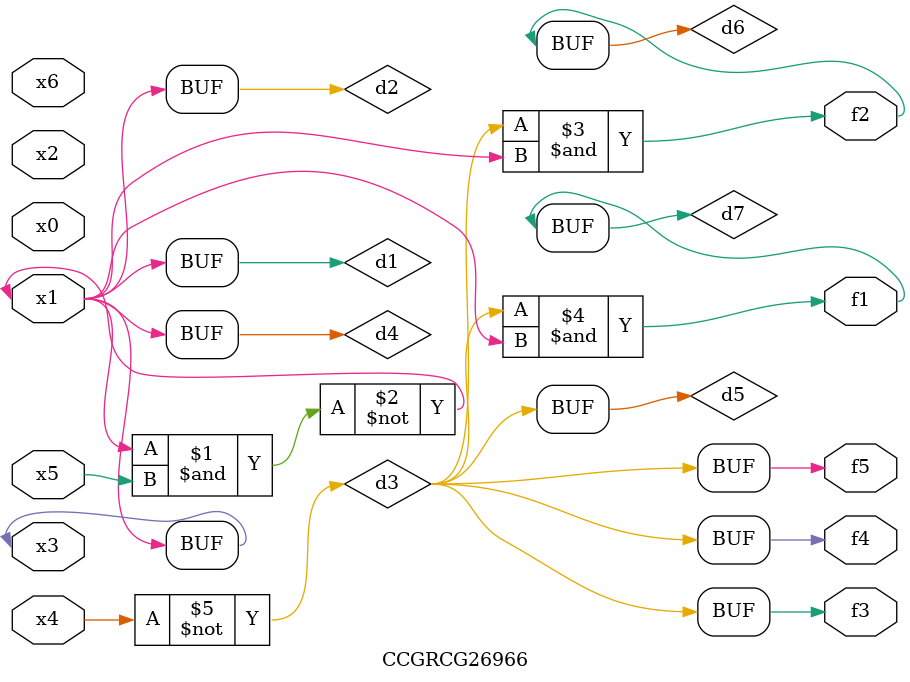
<source format=v>
module CCGRCG26966(
	input x0, x1, x2, x3, x4, x5, x6,
	output f1, f2, f3, f4, f5
);

	wire d1, d2, d3, d4, d5, d6, d7;

	buf (d1, x1, x3);
	nand (d2, x1, x5);
	not (d3, x4);
	buf (d4, d1, d2);
	buf (d5, d3);
	and (d6, d3, d4);
	and (d7, d3, d4);
	assign f1 = d7;
	assign f2 = d6;
	assign f3 = d5;
	assign f4 = d5;
	assign f5 = d5;
endmodule

</source>
